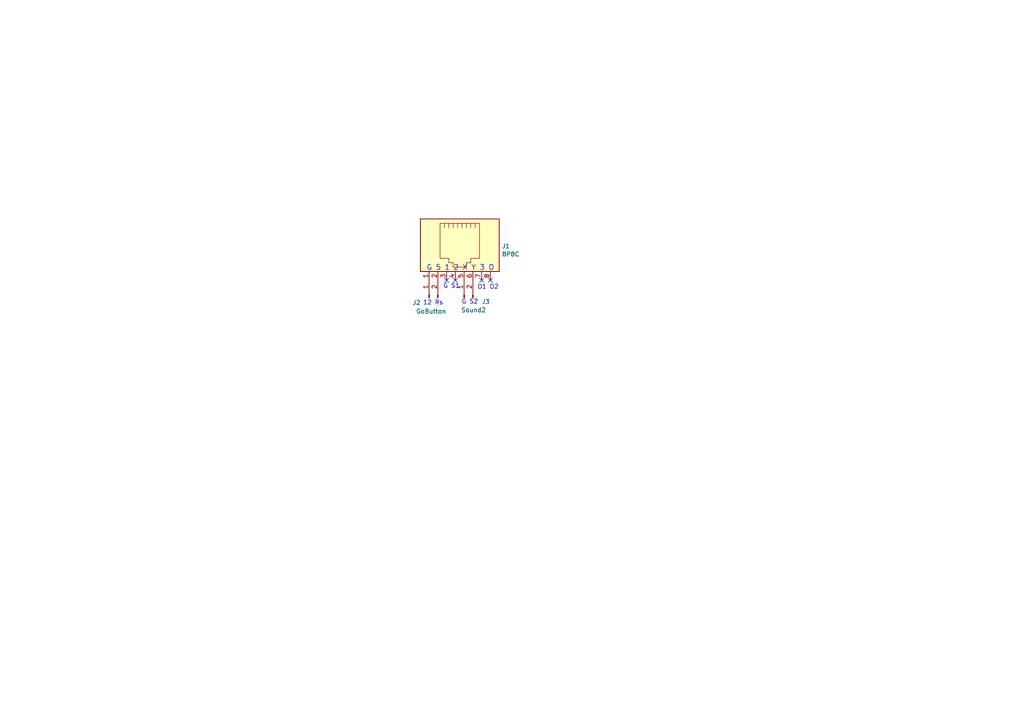
<source format=kicad_sch>
(kicad_sch (version 20211123) (generator eeschema)

  (uuid a5637c27-4632-4aee-8643-202cb1d5951f)

  (paper "A4")

  (lib_symbols
    (symbol "Connector:8P8C" (pin_names (offset 1.016)) (in_bom yes) (on_board yes)
      (property "Reference" "J" (id 0) (at -5.08 13.97 0)
        (effects (font (size 1.27 1.27)) (justify right))
      )
      (property "Value" "8P8C" (id 1) (at 2.54 13.97 0)
        (effects (font (size 1.27 1.27)) (justify left))
      )
      (property "Footprint" "" (id 2) (at 0 0.635 90)
        (effects (font (size 1.27 1.27)) hide)
      )
      (property "Datasheet" "~" (id 3) (at 0 0.635 90)
        (effects (font (size 1.27 1.27)) hide)
      )
      (property "ki_keywords" "8P8C RJ female connector" (id 4) (at 0 0 0)
        (effects (font (size 1.27 1.27)) hide)
      )
      (property "ki_description" "RJ connector, 8P8C (8 positions 8 connected), RJ31/RJ32/RJ33/RJ34/RJ35/RJ41/RJ45/RJ49/RJ61" (id 5) (at 0 0 0)
        (effects (font (size 1.27 1.27)) hide)
      )
      (property "ki_fp_filters" "8P8C* RJ31* RJ32* RJ33* RJ34* RJ35* RJ41* RJ45* RJ49* RJ61*" (id 6) (at 0 0 0)
        (effects (font (size 1.27 1.27)) hide)
      )
      (symbol "8P8C_0_1"
        (polyline
          (pts
            (xy -5.08 4.445)
            (xy -6.35 4.445)
          )
          (stroke (width 0) (type default) (color 0 0 0 0))
          (fill (type none))
        )
        (polyline
          (pts
            (xy -5.08 5.715)
            (xy -6.35 5.715)
          )
          (stroke (width 0) (type default) (color 0 0 0 0))
          (fill (type none))
        )
        (polyline
          (pts
            (xy -6.35 -3.175)
            (xy -5.08 -3.175)
            (xy -5.08 -3.175)
          )
          (stroke (width 0) (type default) (color 0 0 0 0))
          (fill (type none))
        )
        (polyline
          (pts
            (xy -6.35 -1.905)
            (xy -5.08 -1.905)
            (xy -5.08 -1.905)
          )
          (stroke (width 0) (type default) (color 0 0 0 0))
          (fill (type none))
        )
        (polyline
          (pts
            (xy -6.35 -0.635)
            (xy -5.08 -0.635)
            (xy -5.08 -0.635)
          )
          (stroke (width 0) (type default) (color 0 0 0 0))
          (fill (type none))
        )
        (polyline
          (pts
            (xy -6.35 0.635)
            (xy -5.08 0.635)
            (xy -5.08 0.635)
          )
          (stroke (width 0) (type default) (color 0 0 0 0))
          (fill (type none))
        )
        (polyline
          (pts
            (xy -6.35 1.905)
            (xy -5.08 1.905)
            (xy -5.08 1.905)
          )
          (stroke (width 0) (type default) (color 0 0 0 0))
          (fill (type none))
        )
        (polyline
          (pts
            (xy -5.08 3.175)
            (xy -6.35 3.175)
            (xy -6.35 3.175)
          )
          (stroke (width 0) (type default) (color 0 0 0 0))
          (fill (type none))
        )
        (polyline
          (pts
            (xy -6.35 -4.445)
            (xy -6.35 6.985)
            (xy 3.81 6.985)
            (xy 3.81 4.445)
            (xy 5.08 4.445)
            (xy 5.08 3.175)
            (xy 6.35 3.175)
            (xy 6.35 -0.635)
            (xy 5.08 -0.635)
            (xy 5.08 -1.905)
            (xy 3.81 -1.905)
            (xy 3.81 -4.445)
            (xy -6.35 -4.445)
            (xy -6.35 -4.445)
          )
          (stroke (width 0) (type default) (color 0 0 0 0))
          (fill (type none))
        )
        (rectangle (start 7.62 12.7) (end -7.62 -10.16)
          (stroke (width 0.254) (type default) (color 0 0 0 0))
          (fill (type background))
        )
      )
      (symbol "8P8C_1_1"
        (pin passive line (at 10.16 -7.62 180) (length 2.54)
          (name "~" (effects (font (size 1.27 1.27))))
          (number "1" (effects (font (size 1.27 1.27))))
        )
        (pin passive line (at 10.16 -5.08 180) (length 2.54)
          (name "~" (effects (font (size 1.27 1.27))))
          (number "2" (effects (font (size 1.27 1.27))))
        )
        (pin passive line (at 10.16 -2.54 180) (length 2.54)
          (name "~" (effects (font (size 1.27 1.27))))
          (number "3" (effects (font (size 1.27 1.27))))
        )
        (pin passive line (at 10.16 0 180) (length 2.54)
          (name "~" (effects (font (size 1.27 1.27))))
          (number "4" (effects (font (size 1.27 1.27))))
        )
        (pin passive line (at 10.16 2.54 180) (length 2.54)
          (name "~" (effects (font (size 1.27 1.27))))
          (number "5" (effects (font (size 1.27 1.27))))
        )
        (pin passive line (at 10.16 5.08 180) (length 2.54)
          (name "~" (effects (font (size 1.27 1.27))))
          (number "6" (effects (font (size 1.27 1.27))))
        )
        (pin passive line (at 10.16 7.62 180) (length 2.54)
          (name "~" (effects (font (size 1.27 1.27))))
          (number "7" (effects (font (size 1.27 1.27))))
        )
        (pin passive line (at 10.16 10.16 180) (length 2.54)
          (name "~" (effects (font (size 1.27 1.27))))
          (number "8" (effects (font (size 1.27 1.27))))
        )
      )
    )
    (symbol "Connector:Conn_01x02_Male" (pin_names (offset 1.016) hide) (in_bom yes) (on_board yes)
      (property "Reference" "J" (id 0) (at 0 2.54 0)
        (effects (font (size 1.27 1.27)))
      )
      (property "Value" "Conn_01x02_Male" (id 1) (at 0 -5.08 0)
        (effects (font (size 1.27 1.27)))
      )
      (property "Footprint" "" (id 2) (at 0 0 0)
        (effects (font (size 1.27 1.27)) hide)
      )
      (property "Datasheet" "~" (id 3) (at 0 0 0)
        (effects (font (size 1.27 1.27)) hide)
      )
      (property "ki_keywords" "connector" (id 4) (at 0 0 0)
        (effects (font (size 1.27 1.27)) hide)
      )
      (property "ki_description" "Generic connector, single row, 01x02, script generated (kicad-library-utils/schlib/autogen/connector/)" (id 5) (at 0 0 0)
        (effects (font (size 1.27 1.27)) hide)
      )
      (property "ki_fp_filters" "Connector*:*_1x??_*" (id 6) (at 0 0 0)
        (effects (font (size 1.27 1.27)) hide)
      )
      (symbol "Conn_01x02_Male_1_1"
        (polyline
          (pts
            (xy 1.27 -2.54)
            (xy 0.8636 -2.54)
          )
          (stroke (width 0.1524) (type default) (color 0 0 0 0))
          (fill (type none))
        )
        (polyline
          (pts
            (xy 1.27 0)
            (xy 0.8636 0)
          )
          (stroke (width 0.1524) (type default) (color 0 0 0 0))
          (fill (type none))
        )
        (rectangle (start 0.8636 -2.413) (end 0 -2.667)
          (stroke (width 0.1524) (type default) (color 0 0 0 0))
          (fill (type outline))
        )
        (rectangle (start 0.8636 0.127) (end 0 -0.127)
          (stroke (width 0.1524) (type default) (color 0 0 0 0))
          (fill (type outline))
        )
        (pin passive line (at 5.08 0 180) (length 3.81)
          (name "Pin_1" (effects (font (size 1.27 1.27))))
          (number "1" (effects (font (size 1.27 1.27))))
        )
        (pin passive line (at 5.08 -2.54 180) (length 3.81)
          (name "Pin_2" (effects (font (size 1.27 1.27))))
          (number "2" (effects (font (size 1.27 1.27))))
        )
      )
    )
  )


  (no_connect (at 142.24 81.28) (uuid 40dfba65-f833-4e0a-bcd0-3340a2752d2e))
  (no_connect (at 139.7 81.28) (uuid 54f92b0b-2aeb-4d17-a94b-f901aaf49441))
  (no_connect (at 129.54 81.28) (uuid 54f92b0b-2aeb-4d17-a94b-f901aaf49442))
  (no_connect (at 132.08 81.28) (uuid 54f92b0b-2aeb-4d17-a94b-f901aaf49443))

  (text "G S1" (at 128.524 83.82 0)
    (effects (font (size 1.27 1.27)) (justify left bottom))
    (uuid 0bead51c-9747-422e-98c1-d78b8eb3dd41)
  )
  (text "12 Rs " (at 122.682 88.646 0)
    (effects (font (size 1.27 1.27)) (justify left bottom))
    (uuid 935f2410-254e-4bef-9446-d6cfec58fd9f)
  )
  (text "G 5 1 2 X Y 3 O" (at 123.698 78.613 0)
    (effects (font (size 1.5 1.5)) (justify left bottom))
    (uuid 9ea6dbe7-4eae-40e5-bbc0-a757a3486e5e)
  )
  (text "G S2" (at 133.858 88.392 0)
    (effects (font (size 1.27 1.27)) (justify left bottom))
    (uuid b0d740d1-2bc5-4669-8c73-04e9a7b8484f)
  )
  (text "O1 O2" (at 138.43 84.074 0)
    (effects (font (size 1.27 1.27)) (justify left bottom))
    (uuid d98f0e49-5df6-4b5d-b1bd-484f3b5a48c7)
  )

  (symbol (lib_id "Connector:8P8C") (at 132.08 71.12 270) (unit 1)
    (in_bom yes) (on_board yes)
    (uuid 00000000-0000-0000-0000-00005d58dd64)
    (property "Reference" "J1" (id 0) (at 145.542 71.3994 90)
      (effects (font (size 1.27 1.27)) (justify left))
    )
    (property "Value" "8P8C" (id 1) (at 145.542 73.7108 90)
      (effects (font (size 1.27 1.27)) (justify left))
    )
    (property "Footprint" "Useful Modifications:RJ45_x08_Tab_Up" (id 2) (at 132.715 71.12 90)
      (effects (font (size 1.27 1.27)) hide)
    )
    (property "Datasheet" "~" (id 3) (at 132.715 71.12 90)
      (effects (font (size 1.27 1.27)) hide)
    )
    (pin "1" (uuid c4cc0f41-2cba-4dd7-abc8-c14df61fd9d1))
    (pin "2" (uuid e9ea0456-b4f3-4dfd-88cc-9f47d26535fa))
    (pin "3" (uuid e9dfd874-2a6a-4776-b8df-1b862e6fb043))
    (pin "4" (uuid 4a465fea-73fb-46f7-a3f7-f01172295a27))
    (pin "5" (uuid 8094118f-fd71-4217-83ec-73e3441f6995))
    (pin "6" (uuid ca67706f-669d-4bee-ae27-aace93d5800f))
    (pin "7" (uuid aac804e6-7622-4594-99df-ef95816447e5))
    (pin "8" (uuid f1118087-c22b-466a-91af-88e69f3e8404))
  )

  (symbol (lib_id "Connector:Conn_01x02_Male") (at 134.62 86.36 90) (unit 1)
    (in_bom yes) (on_board yes)
    (uuid 80bb3a27-8563-4e0c-a40c-479638016aff)
    (property "Reference" "J3" (id 0) (at 139.7 87.503 90)
      (effects (font (size 1.27 1.27)) (justify right))
    )
    (property "Value" "Sound2" (id 1) (at 133.731 89.916 90)
      (effects (font (size 1.27 1.27)) (justify right))
    )
    (property "Footprint" "Connector_JST:JST_XH_B2B-XH-A_1x02_P2.50mm_Vertical" (id 2) (at 134.62 86.36 0)
      (effects (font (size 1.27 1.27)) hide)
    )
    (property "Datasheet" "~" (id 3) (at 134.62 86.36 0)
      (effects (font (size 1.27 1.27)) hide)
    )
    (pin "1" (uuid 6dbdc3a6-b5ea-4c53-8b83-2014f967bcff))
    (pin "2" (uuid 3f7b04e4-b169-41be-9a76-7fe4c71acf03))
  )

  (symbol (lib_id "Connector:Conn_01x02_Male") (at 124.46 86.36 90) (unit 1)
    (in_bom yes) (on_board yes)
    (uuid f829d530-92ef-470e-a517-a46115dfc337)
    (property "Reference" "J2" (id 0) (at 119.634 87.757 90)
      (effects (font (size 1.27 1.27)) (justify right))
    )
    (property "Value" "GoButton" (id 1) (at 120.65 90.297 90)
      (effects (font (size 1.27 1.27)) (justify right))
    )
    (property "Footprint" "Connector_JST:JST_XH_B2B-XH-A_1x02_P2.50mm_Vertical" (id 2) (at 124.46 86.36 0)
      (effects (font (size 1.27 1.27)) hide)
    )
    (property "Datasheet" "~" (id 3) (at 124.46 86.36 0)
      (effects (font (size 1.27 1.27)) hide)
    )
    (pin "1" (uuid 153d2b64-695e-41bf-9060-1f6b82cc9452))
    (pin "2" (uuid b6d01b46-4518-4fe3-9065-13d50d348b93))
  )

  (sheet_instances
    (path "/" (page "1"))
  )

  (symbol_instances
    (path "/00000000-0000-0000-0000-00005d58dd64"
      (reference "J1") (unit 1) (value "8P8C") (footprint "Useful Modifications:RJ45_x08_Tab_Up")
    )
    (path "/f829d530-92ef-470e-a517-a46115dfc337"
      (reference "J2") (unit 1) (value "GoButton") (footprint "Connector_JST:JST_XH_B2B-XH-A_1x02_P2.50mm_Vertical")
    )
    (path "/80bb3a27-8563-4e0c-a40c-479638016aff"
      (reference "J3") (unit 1) (value "Sound2") (footprint "Connector_JST:JST_XH_B2B-XH-A_1x02_P2.50mm_Vertical")
    )
  )
)

</source>
